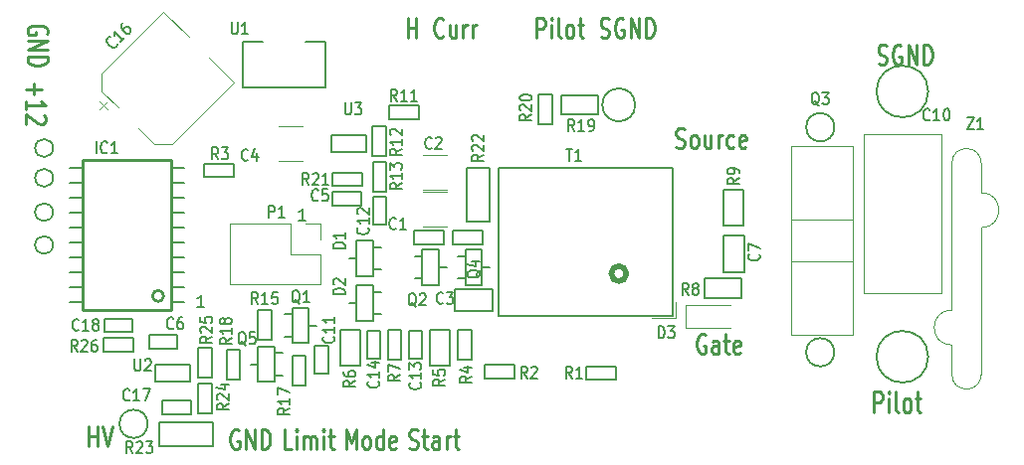
<source format=gto>
G04 #@! TF.GenerationSoftware,KiCad,Pcbnew,(5.99.0-273-g43768b71c)*
G04 #@! TF.CreationDate,2019-11-20T15:23:38-05:00*
G04 #@! TF.ProjectId,Plasma_Pilot3,506c6173-6d61-45f5-9069-6c6f74332e6b,rev?*
G04 #@! TF.SameCoordinates,Original*
G04 #@! TF.FileFunction,Legend,Top*
G04 #@! TF.FilePolarity,Positive*
%FSLAX46Y46*%
G04 Gerber Fmt 4.6, Leading zero omitted, Abs format (unit mm)*
G04 Created by KiCad (PCBNEW (5.99.0-273-g43768b71c)) date 2019-11-20 15:23:38*
%MOMM*%
%LPD*%
G04 APERTURE LIST*
%ADD10C,0.254000*%
%ADD11C,0.127000*%
%ADD12C,0.200000*%
%ADD13C,0.150000*%
%ADD14C,0.500000*%
%ADD15C,0.120000*%
%ADD16C,0.152400*%
G04 APERTURE END LIST*
D10*
X193535904Y-89219235D02*
X193717333Y-89301616D01*
X194019714Y-89301616D01*
X194140666Y-89219235D01*
X194201142Y-89136855D01*
X194261619Y-88972093D01*
X194261619Y-88807332D01*
X194201142Y-88642571D01*
X194140666Y-88560190D01*
X194019714Y-88477809D01*
X193777809Y-88395429D01*
X193656857Y-88313048D01*
X193596380Y-88230667D01*
X193535904Y-88065906D01*
X193535904Y-87901145D01*
X193596380Y-87736383D01*
X193656857Y-87654003D01*
X193777809Y-87571622D01*
X194080190Y-87571622D01*
X194261619Y-87654003D01*
X195471142Y-87654003D02*
X195350190Y-87571622D01*
X195168761Y-87571622D01*
X194987333Y-87654003D01*
X194866380Y-87818764D01*
X194805904Y-87983525D01*
X194745428Y-88313048D01*
X194745428Y-88560190D01*
X194805904Y-88889713D01*
X194866380Y-89054474D01*
X194987333Y-89219235D01*
X195168761Y-89301616D01*
X195289714Y-89301616D01*
X195471142Y-89219235D01*
X195531619Y-89136855D01*
X195531619Y-88560190D01*
X195289714Y-88560190D01*
X196075904Y-89301616D02*
X196075904Y-87571622D01*
X196801619Y-89301616D01*
X196801619Y-87571622D01*
X197406380Y-89301616D02*
X197406380Y-87571622D01*
X197708761Y-87571622D01*
X197890190Y-87654003D01*
X198011142Y-87818764D01*
X198071619Y-87983525D01*
X198132095Y-88313048D01*
X198132095Y-88560190D01*
X198071619Y-88889713D01*
X198011142Y-89054474D01*
X197890190Y-89219235D01*
X197708761Y-89301616D01*
X197406380Y-89301616D01*
X193167000Y-118892616D02*
X193167000Y-117162622D01*
X193650809Y-117162622D01*
X193771761Y-117245003D01*
X193832238Y-117327383D01*
X193892714Y-117492145D01*
X193892714Y-117739287D01*
X193832238Y-117904048D01*
X193771761Y-117986429D01*
X193650809Y-118068809D01*
X193167000Y-118068809D01*
X194437000Y-118892616D02*
X194437000Y-117739287D01*
X194437000Y-117162622D02*
X194376523Y-117245003D01*
X194437000Y-117327383D01*
X194497476Y-117245003D01*
X194437000Y-117162622D01*
X194437000Y-117327383D01*
X195223190Y-118892616D02*
X195102238Y-118810235D01*
X195041761Y-118645474D01*
X195041761Y-117162622D01*
X195888428Y-118892616D02*
X195767476Y-118810235D01*
X195707000Y-118727855D01*
X195646523Y-118563093D01*
X195646523Y-118068809D01*
X195707000Y-117904048D01*
X195767476Y-117821667D01*
X195888428Y-117739287D01*
X196069857Y-117739287D01*
X196190809Y-117821667D01*
X196251285Y-117904048D01*
X196311761Y-118068809D01*
X196311761Y-118563093D01*
X196251285Y-118727855D01*
X196190809Y-118810235D01*
X196069857Y-118892616D01*
X195888428Y-118892616D01*
X196674619Y-117739287D02*
X197158428Y-117739287D01*
X196856047Y-117162622D02*
X196856047Y-118645474D01*
X196916523Y-118810235D01*
X197037476Y-118892616D01*
X197158428Y-118892616D01*
D11*
X144816285Y-102567619D02*
X144235714Y-102567619D01*
X144526000Y-102567619D02*
X144526000Y-101551619D01*
X144429238Y-101696761D01*
X144332476Y-101793523D01*
X144235714Y-101841904D01*
X136180285Y-109933619D02*
X135599714Y-109933619D01*
X135890000Y-109933619D02*
X135890000Y-108917619D01*
X135793238Y-109062761D01*
X135696476Y-109159523D01*
X135599714Y-109207904D01*
D10*
X153494619Y-87015616D02*
X153494619Y-85285622D01*
X153494619Y-86109429D02*
X154220333Y-86109429D01*
X154220333Y-87015616D02*
X154220333Y-85285622D01*
X156518428Y-86850855D02*
X156457952Y-86933235D01*
X156276523Y-87015616D01*
X156155571Y-87015616D01*
X155974142Y-86933235D01*
X155853190Y-86768474D01*
X155792714Y-86603713D01*
X155732238Y-86274190D01*
X155732238Y-86027048D01*
X155792714Y-85697525D01*
X155853190Y-85532764D01*
X155974142Y-85368003D01*
X156155571Y-85285622D01*
X156276523Y-85285622D01*
X156457952Y-85368003D01*
X156518428Y-85450383D01*
X157607000Y-85862287D02*
X157607000Y-87015616D01*
X157062714Y-85862287D02*
X157062714Y-86768474D01*
X157123190Y-86933235D01*
X157244142Y-87015616D01*
X157425571Y-87015616D01*
X157546523Y-86933235D01*
X157607000Y-86850855D01*
X158211761Y-87015616D02*
X158211761Y-85862287D01*
X158211761Y-86191809D02*
X158272238Y-86027048D01*
X158332714Y-85944667D01*
X158453666Y-85862287D01*
X158574619Y-85862287D01*
X158997952Y-87015616D02*
X158997952Y-85862287D01*
X158997952Y-86191809D02*
X159058428Y-86027048D01*
X159118904Y-85944667D01*
X159239857Y-85862287D01*
X159360809Y-85862287D01*
X126346857Y-121813616D02*
X126346857Y-120083622D01*
X126346857Y-120907429D02*
X127072571Y-120907429D01*
X127072571Y-121813616D02*
X127072571Y-120083622D01*
X127495904Y-120083622D02*
X127919238Y-121813616D01*
X128342571Y-120083622D01*
X153645809Y-121985235D02*
X153827238Y-122067616D01*
X154129619Y-122067616D01*
X154250571Y-121985235D01*
X154311047Y-121902855D01*
X154371523Y-121738093D01*
X154371523Y-121573332D01*
X154311047Y-121408571D01*
X154250571Y-121326190D01*
X154129619Y-121243809D01*
X153887714Y-121161429D01*
X153766761Y-121079048D01*
X153706285Y-120996667D01*
X153645809Y-120831906D01*
X153645809Y-120667145D01*
X153706285Y-120502383D01*
X153766761Y-120420003D01*
X153887714Y-120337622D01*
X154190095Y-120337622D01*
X154371523Y-120420003D01*
X154734380Y-120914287D02*
X155218190Y-120914287D01*
X154915809Y-120337622D02*
X154915809Y-121820474D01*
X154976285Y-121985235D01*
X155097238Y-122067616D01*
X155218190Y-122067616D01*
X156185809Y-122067616D02*
X156185809Y-121161429D01*
X156125333Y-120996667D01*
X156004380Y-120914287D01*
X155762476Y-120914287D01*
X155641523Y-120996667D01*
X156185809Y-121985235D02*
X156064857Y-122067616D01*
X155762476Y-122067616D01*
X155641523Y-121985235D01*
X155581047Y-121820474D01*
X155581047Y-121655713D01*
X155641523Y-121490951D01*
X155762476Y-121408571D01*
X156064857Y-121408571D01*
X156185809Y-121326190D01*
X156790571Y-122067616D02*
X156790571Y-120914287D01*
X156790571Y-121243809D02*
X156851047Y-121079048D01*
X156911523Y-120996667D01*
X157032476Y-120914287D01*
X157153428Y-120914287D01*
X157395333Y-120914287D02*
X157879142Y-120914287D01*
X157576761Y-120337622D02*
X157576761Y-121820474D01*
X157637238Y-121985235D01*
X157758190Y-122067616D01*
X157879142Y-122067616D01*
X148251333Y-122067616D02*
X148251333Y-120337622D01*
X148674666Y-121573332D01*
X149098000Y-120337622D01*
X149098000Y-122067616D01*
X149884190Y-122067616D02*
X149763238Y-121985235D01*
X149702761Y-121902855D01*
X149642285Y-121738093D01*
X149642285Y-121243809D01*
X149702761Y-121079048D01*
X149763238Y-120996667D01*
X149884190Y-120914287D01*
X150065619Y-120914287D01*
X150186571Y-120996667D01*
X150247047Y-121079048D01*
X150307523Y-121243809D01*
X150307523Y-121738093D01*
X150247047Y-121902855D01*
X150186571Y-121985235D01*
X150065619Y-122067616D01*
X149884190Y-122067616D01*
X151396095Y-122067616D02*
X151396095Y-120337622D01*
X151396095Y-121985235D02*
X151275142Y-122067616D01*
X151033238Y-122067616D01*
X150912285Y-121985235D01*
X150851809Y-121902855D01*
X150791333Y-121738093D01*
X150791333Y-121243809D01*
X150851809Y-121079048D01*
X150912285Y-120996667D01*
X151033238Y-120914287D01*
X151275142Y-120914287D01*
X151396095Y-120996667D01*
X152484666Y-121985235D02*
X152363714Y-122067616D01*
X152121809Y-122067616D01*
X152000857Y-121985235D01*
X151940380Y-121820474D01*
X151940380Y-121161429D01*
X152000857Y-120996667D01*
X152121809Y-120914287D01*
X152363714Y-120914287D01*
X152484666Y-120996667D01*
X152545142Y-121161429D01*
X152545142Y-121326190D01*
X151940380Y-121490951D01*
X143612809Y-122067616D02*
X143008047Y-122067616D01*
X143008047Y-120337622D01*
X144036142Y-122067616D02*
X144036142Y-120914287D01*
X144036142Y-120337622D02*
X143975666Y-120420003D01*
X144036142Y-120502383D01*
X144096619Y-120420003D01*
X144036142Y-120337622D01*
X144036142Y-120502383D01*
X144640904Y-122067616D02*
X144640904Y-120914287D01*
X144640904Y-121079048D02*
X144701380Y-120996667D01*
X144822333Y-120914287D01*
X145003761Y-120914287D01*
X145124714Y-120996667D01*
X145185190Y-121161429D01*
X145185190Y-122067616D01*
X145185190Y-121161429D02*
X145245666Y-120996667D01*
X145366619Y-120914287D01*
X145548047Y-120914287D01*
X145669000Y-120996667D01*
X145729476Y-121161429D01*
X145729476Y-122067616D01*
X146334238Y-122067616D02*
X146334238Y-120914287D01*
X146334238Y-120337622D02*
X146273761Y-120420003D01*
X146334238Y-120502383D01*
X146394714Y-120420003D01*
X146334238Y-120337622D01*
X146334238Y-120502383D01*
X146757571Y-120914287D02*
X147241380Y-120914287D01*
X146939000Y-120337622D02*
X146939000Y-121820474D01*
X146999476Y-121985235D01*
X147120428Y-122067616D01*
X147241380Y-122067616D01*
X139113380Y-120420003D02*
X138992428Y-120337622D01*
X138811000Y-120337622D01*
X138629571Y-120420003D01*
X138508619Y-120584764D01*
X138448142Y-120749525D01*
X138387666Y-121079048D01*
X138387666Y-121326190D01*
X138448142Y-121655713D01*
X138508619Y-121820474D01*
X138629571Y-121985235D01*
X138811000Y-122067616D01*
X138931952Y-122067616D01*
X139113380Y-121985235D01*
X139173857Y-121902855D01*
X139173857Y-121326190D01*
X138931952Y-121326190D01*
X139718142Y-122067616D02*
X139718142Y-120337622D01*
X140443857Y-122067616D01*
X140443857Y-120337622D01*
X141048619Y-122067616D02*
X141048619Y-120337622D01*
X141351000Y-120337622D01*
X141532428Y-120420003D01*
X141653380Y-120584764D01*
X141713857Y-120749525D01*
X141774333Y-121079048D01*
X141774333Y-121326190D01*
X141713857Y-121655713D01*
X141653380Y-121820474D01*
X141532428Y-121985235D01*
X141351000Y-122067616D01*
X141048619Y-122067616D01*
X176330428Y-96331235D02*
X176511857Y-96413616D01*
X176814238Y-96413616D01*
X176935190Y-96331235D01*
X176995666Y-96248855D01*
X177056142Y-96084093D01*
X177056142Y-95919332D01*
X176995666Y-95754571D01*
X176935190Y-95672190D01*
X176814238Y-95589809D01*
X176572333Y-95507429D01*
X176451380Y-95425048D01*
X176390904Y-95342667D01*
X176330428Y-95177906D01*
X176330428Y-95013145D01*
X176390904Y-94848383D01*
X176451380Y-94766003D01*
X176572333Y-94683622D01*
X176874714Y-94683622D01*
X177056142Y-94766003D01*
X177781857Y-96413616D02*
X177660904Y-96331235D01*
X177600428Y-96248855D01*
X177539952Y-96084093D01*
X177539952Y-95589809D01*
X177600428Y-95425048D01*
X177660904Y-95342667D01*
X177781857Y-95260287D01*
X177963285Y-95260287D01*
X178084238Y-95342667D01*
X178144714Y-95425048D01*
X178205190Y-95589809D01*
X178205190Y-96084093D01*
X178144714Y-96248855D01*
X178084238Y-96331235D01*
X177963285Y-96413616D01*
X177781857Y-96413616D01*
X179293761Y-95260287D02*
X179293761Y-96413616D01*
X178749476Y-95260287D02*
X178749476Y-96166474D01*
X178809952Y-96331235D01*
X178930904Y-96413616D01*
X179112333Y-96413616D01*
X179233285Y-96331235D01*
X179293761Y-96248855D01*
X179898523Y-96413616D02*
X179898523Y-95260287D01*
X179898523Y-95589809D02*
X179959000Y-95425048D01*
X180019476Y-95342667D01*
X180140428Y-95260287D01*
X180261380Y-95260287D01*
X181229000Y-96331235D02*
X181108047Y-96413616D01*
X180866142Y-96413616D01*
X180745190Y-96331235D01*
X180684714Y-96248855D01*
X180624238Y-96084093D01*
X180624238Y-95589809D01*
X180684714Y-95425048D01*
X180745190Y-95342667D01*
X180866142Y-95260287D01*
X181108047Y-95260287D01*
X181229000Y-95342667D01*
X182257095Y-96331235D02*
X182136142Y-96413616D01*
X181894238Y-96413616D01*
X181773285Y-96331235D01*
X181712809Y-96166474D01*
X181712809Y-95507429D01*
X181773285Y-95342667D01*
X181894238Y-95260287D01*
X182136142Y-95260287D01*
X182257095Y-95342667D01*
X182317571Y-95507429D01*
X182317571Y-95672190D01*
X181712809Y-95836951D01*
X178809952Y-112292003D02*
X178689000Y-112209622D01*
X178507571Y-112209622D01*
X178326142Y-112292003D01*
X178205190Y-112456764D01*
X178144714Y-112621525D01*
X178084238Y-112951048D01*
X178084238Y-113198190D01*
X178144714Y-113527713D01*
X178205190Y-113692474D01*
X178326142Y-113857235D01*
X178507571Y-113939616D01*
X178628523Y-113939616D01*
X178809952Y-113857235D01*
X178870428Y-113774855D01*
X178870428Y-113198190D01*
X178628523Y-113198190D01*
X179959000Y-113939616D02*
X179959000Y-113033429D01*
X179898523Y-112868667D01*
X179777571Y-112786287D01*
X179535666Y-112786287D01*
X179414714Y-112868667D01*
X179959000Y-113857235D02*
X179838047Y-113939616D01*
X179535666Y-113939616D01*
X179414714Y-113857235D01*
X179354238Y-113692474D01*
X179354238Y-113527713D01*
X179414714Y-113362951D01*
X179535666Y-113280571D01*
X179838047Y-113280571D01*
X179959000Y-113198190D01*
X180382333Y-112786287D02*
X180866142Y-112786287D01*
X180563761Y-112209622D02*
X180563761Y-113692474D01*
X180624238Y-113857235D01*
X180745190Y-113939616D01*
X180866142Y-113939616D01*
X181773285Y-113857235D02*
X181652333Y-113939616D01*
X181410428Y-113939616D01*
X181289476Y-113857235D01*
X181229000Y-113692474D01*
X181229000Y-113033429D01*
X181289476Y-112868667D01*
X181410428Y-112786287D01*
X181652333Y-112786287D01*
X181773285Y-112868667D01*
X181833761Y-113033429D01*
X181833761Y-113198190D01*
X181229000Y-113362951D01*
X164465000Y-87015616D02*
X164465000Y-85285622D01*
X164948809Y-85285622D01*
X165069761Y-85368003D01*
X165130238Y-85450383D01*
X165190714Y-85615145D01*
X165190714Y-85862287D01*
X165130238Y-86027048D01*
X165069761Y-86109429D01*
X164948809Y-86191809D01*
X164465000Y-86191809D01*
X165735000Y-87015616D02*
X165735000Y-85862287D01*
X165735000Y-85285622D02*
X165674523Y-85368003D01*
X165735000Y-85450383D01*
X165795476Y-85368003D01*
X165735000Y-85285622D01*
X165735000Y-85450383D01*
X166521190Y-87015616D02*
X166400238Y-86933235D01*
X166339761Y-86768474D01*
X166339761Y-85285622D01*
X167186428Y-87015616D02*
X167065476Y-86933235D01*
X167005000Y-86850855D01*
X166944523Y-86686093D01*
X166944523Y-86191809D01*
X167005000Y-86027048D01*
X167065476Y-85944667D01*
X167186428Y-85862287D01*
X167367857Y-85862287D01*
X167488809Y-85944667D01*
X167549285Y-86027048D01*
X167609761Y-86191809D01*
X167609761Y-86686093D01*
X167549285Y-86850855D01*
X167488809Y-86933235D01*
X167367857Y-87015616D01*
X167186428Y-87015616D01*
X167972619Y-85862287D02*
X168456428Y-85862287D01*
X168154047Y-85285622D02*
X168154047Y-86768474D01*
X168214523Y-86933235D01*
X168335476Y-87015616D01*
X168456428Y-87015616D01*
X169913904Y-86933235D02*
X170095333Y-87015616D01*
X170397714Y-87015616D01*
X170518666Y-86933235D01*
X170579142Y-86850855D01*
X170639619Y-86686093D01*
X170639619Y-86521332D01*
X170579142Y-86356571D01*
X170518666Y-86274190D01*
X170397714Y-86191809D01*
X170155809Y-86109429D01*
X170034857Y-86027048D01*
X169974380Y-85944667D01*
X169913904Y-85779906D01*
X169913904Y-85615145D01*
X169974380Y-85450383D01*
X170034857Y-85368003D01*
X170155809Y-85285622D01*
X170458190Y-85285622D01*
X170639619Y-85368003D01*
X171849142Y-85368003D02*
X171728190Y-85285622D01*
X171546761Y-85285622D01*
X171365333Y-85368003D01*
X171244380Y-85532764D01*
X171183904Y-85697525D01*
X171123428Y-86027048D01*
X171123428Y-86274190D01*
X171183904Y-86603713D01*
X171244380Y-86768474D01*
X171365333Y-86933235D01*
X171546761Y-87015616D01*
X171667714Y-87015616D01*
X171849142Y-86933235D01*
X171909619Y-86850855D01*
X171909619Y-86274190D01*
X171667714Y-86274190D01*
X172453904Y-87015616D02*
X172453904Y-85285622D01*
X173179619Y-87015616D01*
X173179619Y-85285622D01*
X173784380Y-87015616D02*
X173784380Y-85285622D01*
X174086761Y-85285622D01*
X174268190Y-85368003D01*
X174389142Y-85532764D01*
X174449619Y-85697525D01*
X174510095Y-86027048D01*
X174510095Y-86274190D01*
X174449619Y-86603713D01*
X174389142Y-86768474D01*
X174268190Y-86933235D01*
X174086761Y-87015616D01*
X173784380Y-87015616D01*
X121669429Y-90889666D02*
X121669429Y-91857285D01*
X121010383Y-91373476D02*
X122328474Y-91373476D01*
X121010383Y-93127285D02*
X121010383Y-92401571D01*
X121010383Y-92764428D02*
X122740377Y-92764428D01*
X122493235Y-92643476D01*
X122328474Y-92522523D01*
X122246093Y-92401571D01*
X122575616Y-93611095D02*
X122657997Y-93671571D01*
X122740377Y-93792523D01*
X122740377Y-94094904D01*
X122657997Y-94215857D01*
X122575616Y-94276333D01*
X122410855Y-94336809D01*
X122246093Y-94336809D01*
X121998951Y-94276333D01*
X121010383Y-93550619D01*
X121010383Y-94336809D01*
X122784997Y-86662380D02*
X122867377Y-86541428D01*
X122867377Y-86360000D01*
X122784997Y-86178571D01*
X122620235Y-86057619D01*
X122455474Y-85997142D01*
X122125951Y-85936666D01*
X121878809Y-85936666D01*
X121549287Y-85997142D01*
X121384525Y-86057619D01*
X121219764Y-86178571D01*
X121137383Y-86360000D01*
X121137383Y-86480952D01*
X121219764Y-86662380D01*
X121302145Y-86722857D01*
X121878809Y-86722857D01*
X121878809Y-86480952D01*
X121137383Y-87267142D02*
X122867377Y-87267142D01*
X121137383Y-87992857D01*
X122867377Y-87992857D01*
X121137383Y-88597619D02*
X122867377Y-88597619D01*
X122867377Y-88900000D01*
X122784997Y-89081428D01*
X122620235Y-89202380D01*
X122455474Y-89262857D01*
X122125951Y-89323333D01*
X121878809Y-89323333D01*
X121549287Y-89262857D01*
X121384525Y-89202380D01*
X121219764Y-89081428D01*
X121137383Y-88900000D01*
X121137383Y-88597619D01*
D12*
X172850000Y-92710000D02*
G75*
G03X172850000Y-92710000I-1400000J0D01*
G01*
X197780000Y-91567000D02*
G75*
G03X197780000Y-91567000I-2200000J0D01*
G01*
X197780000Y-114173000D02*
G75*
G03X197780000Y-114173000I-2200000J0D01*
G01*
D11*
X149542500Y-100139500D02*
X149542500Y-101282500D01*
X147129500Y-100139500D02*
X149542500Y-100139500D01*
X147129500Y-101282500D02*
X147129500Y-100139500D01*
X149542500Y-101282500D02*
X147129500Y-101282500D01*
X142176500Y-116306600D02*
X140779500Y-116306600D01*
X142176500Y-113309400D02*
X142176500Y-116306600D01*
X140779500Y-113309400D02*
X142176500Y-113309400D01*
X140779500Y-116306600D02*
X140779500Y-113309400D01*
X140779500Y-114808000D02*
X140119100Y-114808000D01*
X142176500Y-115760500D02*
X142836900Y-115760500D01*
X142176500Y-113855500D02*
X142836900Y-113855500D01*
X131508500Y-113474500D02*
X131508500Y-112331500D01*
X133921500Y-113474500D02*
X131508500Y-113474500D01*
X133921500Y-112331500D02*
X133921500Y-113474500D01*
X131508500Y-112331500D02*
X133921500Y-112331500D01*
D10*
X133365240Y-110185200D02*
X133365240Y-97383600D01*
X125867160Y-97383600D02*
X125867160Y-110185200D01*
D11*
X124764800Y-98069400D02*
X125857000Y-98069400D01*
X125857000Y-99339400D02*
X124764800Y-99339400D01*
X125857000Y-100609400D02*
X124764800Y-100609400D01*
X125857000Y-101879400D02*
X124764800Y-101879400D01*
X134467600Y-109499400D02*
X133375400Y-109499400D01*
X133375400Y-98069400D02*
X134467600Y-98069400D01*
D10*
X133365240Y-97383600D02*
X125867160Y-97383600D01*
X125867160Y-110185200D02*
X133365240Y-110185200D01*
D11*
X125857000Y-109499400D02*
X124764800Y-109499400D01*
X125857000Y-108229400D02*
X124764800Y-108229400D01*
X125857000Y-106959400D02*
X124764800Y-106959400D01*
X124764800Y-105689400D02*
X125857000Y-105689400D01*
X124764800Y-104419400D02*
X125857000Y-104419400D01*
X124764800Y-103149400D02*
X125857000Y-103149400D01*
X133375400Y-99339400D02*
X134467600Y-99339400D01*
X133375400Y-100609400D02*
X134467600Y-100609400D01*
X133375400Y-101879400D02*
X134467600Y-101879400D01*
X133375400Y-108229400D02*
X134467600Y-108229400D01*
X134467600Y-106959400D02*
X133375400Y-106959400D01*
X134467600Y-103149400D02*
X133375400Y-103149400D01*
X134467600Y-104419400D02*
X133375400Y-104419400D01*
X134467600Y-105689400D02*
X133375400Y-105689400D01*
D10*
X132735347Y-108999020D02*
G75*
G03X132735347Y-108999020I-472467J0D01*
G01*
D13*
X176056000Y-98094000D02*
X176056000Y-110694000D01*
X161256000Y-98094000D02*
X176056000Y-98094000D01*
X161256000Y-110694000D02*
X161256000Y-98094000D01*
X176056000Y-110694000D02*
X161256000Y-110694000D01*
D14*
X172096312Y-107094000D02*
G75*
G03X172096312Y-107094000I-640312J0D01*
G01*
D15*
X174256000Y-110894000D02*
X176256000Y-110894000D01*
X176256000Y-110894000D02*
X176256000Y-109494000D01*
D13*
X123317000Y-96393000D02*
G75*
G03X123317000Y-96393000I-762000J0D01*
G01*
X123317000Y-98933000D02*
G75*
G03X123317000Y-98933000I-762000J0D01*
G01*
X123317000Y-101854000D02*
G75*
G03X123317000Y-101854000I-762000J0D01*
G01*
X123317000Y-104648000D02*
G75*
G03X123317000Y-104648000I-762000J0D01*
G01*
D11*
X136144000Y-97726500D02*
X138684000Y-97726500D01*
X138684000Y-97726500D02*
X138684000Y-98869500D01*
X138684000Y-98869500D02*
X136144000Y-98869500D01*
X136144000Y-98869500D02*
X136144000Y-97726500D01*
X150558500Y-102933500D02*
X150558500Y-100520500D01*
X150558500Y-100520500D02*
X151701500Y-100520500D01*
X151701500Y-100520500D02*
X151701500Y-102933500D01*
X151701500Y-102933500D02*
X150558500Y-102933500D01*
D15*
X199791000Y-97680000D02*
X199791000Y-110180000D01*
X199791000Y-113180000D02*
X199791000Y-115680000D01*
X202291000Y-97680000D02*
X202291000Y-100180000D01*
X199791000Y-97680000D02*
G75*
G02X202291000Y-97680000I1250000J0D01*
G01*
X202291000Y-103180000D02*
X202291000Y-115680000D01*
X202291000Y-115680000D02*
G75*
G02X199791000Y-115680000I-1250000J0D01*
G01*
X199791000Y-113180000D02*
G75*
G02X199791000Y-110180000I0J1500000D01*
G01*
X202291000Y-100180000D02*
G75*
G02X202291000Y-103180000I0J-1500000D01*
G01*
X186118600Y-112337000D02*
X186118600Y-96197000D01*
X191389600Y-112337000D02*
X191389600Y-96197000D01*
X186118600Y-112337000D02*
X191389600Y-112337000D01*
X186118600Y-96197000D02*
X191389600Y-96197000D01*
X186118600Y-106071000D02*
X191389600Y-106071000D01*
X186118600Y-102462000D02*
X191389600Y-102462000D01*
X198880000Y-108781000D02*
X198880000Y-95181000D01*
X198880000Y-95181000D02*
X192280000Y-95181000D01*
X192280000Y-95181000D02*
X192280000Y-108781000D01*
X192280000Y-108781000D02*
X198880000Y-108781000D01*
D13*
X146502000Y-87329000D02*
X144802000Y-87329000D01*
X146502000Y-91229000D02*
X146502000Y-87329000D01*
X139502000Y-91229000D02*
X146502000Y-91229000D01*
X139502000Y-87329000D02*
X139502000Y-91229000D01*
X141202000Y-87329000D02*
X139502000Y-87329000D01*
X131379159Y-119888000D02*
G75*
G03X131379159Y-119888000I-1204159J0D01*
G01*
X189799159Y-94615000D02*
G75*
G03X189799159Y-94615000I-1204159J0D01*
G01*
X189799159Y-113792000D02*
G75*
G03X189799159Y-113792000I-1204159J0D01*
G01*
D11*
X166598600Y-93548200D02*
X166598600Y-91871800D01*
X169697400Y-93548200D02*
X166598600Y-93548200D01*
X169697400Y-91871800D02*
X169697400Y-93548200D01*
X166598600Y-91871800D02*
X169697400Y-91871800D01*
X180390800Y-99923600D02*
X182067200Y-99923600D01*
X180390800Y-103022400D02*
X180390800Y-99923600D01*
X182067200Y-103022400D02*
X180390800Y-103022400D01*
X182067200Y-99923600D02*
X182067200Y-103022400D01*
X178790600Y-109169200D02*
X178790600Y-107492800D01*
X181889400Y-109169200D02*
X178790600Y-109169200D01*
X181889400Y-107492800D02*
X181889400Y-109169200D01*
X178790600Y-107492800D02*
X181889400Y-107492800D01*
X158410940Y-107505500D02*
X157750540Y-107505500D01*
X158410940Y-105600500D02*
X157750540Y-105600500D01*
X159807940Y-106553000D02*
X160468340Y-106553000D01*
X159807940Y-105054400D02*
X159807940Y-108051600D01*
X159807940Y-108051600D02*
X158410940Y-108051600D01*
X158410940Y-108051600D02*
X158410940Y-105054400D01*
X158410940Y-105054400D02*
X159807940Y-105054400D01*
X154749500Y-107505500D02*
X154089100Y-107505500D01*
X154749500Y-105600500D02*
X154089100Y-105600500D01*
X156146500Y-106553000D02*
X156806900Y-106553000D01*
X156146500Y-105054400D02*
X156146500Y-108051600D01*
X156146500Y-108051600D02*
X154749500Y-108051600D01*
X154749500Y-108051600D02*
X154749500Y-105054400D01*
X154749500Y-105054400D02*
X156146500Y-105054400D01*
X143659860Y-112458500D02*
X142999460Y-112458500D01*
X143659860Y-110553500D02*
X142999460Y-110553500D01*
X145056860Y-111506000D02*
X145717260Y-111506000D01*
X145056860Y-110007400D02*
X145056860Y-113004600D01*
X145056860Y-113004600D02*
X143659860Y-113004600D01*
X143659860Y-113004600D02*
X143659860Y-110007400D01*
X143659860Y-110007400D02*
X145056860Y-110007400D01*
D15*
X146110000Y-102810000D02*
X146110000Y-104140000D01*
X144780000Y-102810000D02*
X146110000Y-102810000D01*
X146110000Y-105410000D02*
X146110000Y-108010000D01*
X143510000Y-105410000D02*
X146110000Y-105410000D01*
X143510000Y-102810000D02*
X143510000Y-105410000D01*
X146110000Y-108010000D02*
X138370000Y-108010000D01*
X143510000Y-102810000D02*
X138370000Y-102810000D01*
X138370000Y-102810000D02*
X138370000Y-108010000D01*
D11*
X150558500Y-108648500D02*
X151218900Y-108648500D01*
X150558500Y-110553500D02*
X151218900Y-110553500D01*
X149161500Y-109601000D02*
X148501100Y-109601000D01*
X149161500Y-111099600D02*
X149161500Y-108102400D01*
X149161500Y-108102400D02*
X150558500Y-108102400D01*
X150558500Y-108102400D02*
X150558500Y-111099600D01*
X150558500Y-111099600D02*
X149161500Y-111099600D01*
X150558500Y-104838500D02*
X151218900Y-104838500D01*
X150558500Y-106743500D02*
X151218900Y-106743500D01*
X149161500Y-105791000D02*
X148501100Y-105791000D01*
X149161500Y-107289600D02*
X149161500Y-104292400D01*
X149161500Y-104292400D02*
X150558500Y-104292400D01*
X150558500Y-104292400D02*
X150558500Y-107289600D01*
X150558500Y-107289600D02*
X149161500Y-107289600D01*
X180329000Y-103810000D02*
X182129000Y-103810000D01*
X180329000Y-107010000D02*
X180329000Y-103810000D01*
X182129000Y-107010000D02*
X180329000Y-107010000D01*
X182129000Y-103810000D02*
X182129000Y-107010000D01*
D15*
X144510000Y-94532000D02*
X142510000Y-94532000D01*
X142510000Y-97492000D02*
X144510000Y-97492000D01*
D11*
X157531000Y-110247000D02*
X157531000Y-108447000D01*
X160731000Y-110247000D02*
X157531000Y-110247000D01*
X160731000Y-108447000D02*
X160731000Y-110247000D01*
X157531000Y-108447000D02*
X160731000Y-108447000D01*
D15*
X156805000Y-96945000D02*
X154805000Y-96945000D01*
X154805000Y-99905000D02*
X156805000Y-99905000D01*
X156829000Y-100120000D02*
X154829000Y-100120000D01*
X154829000Y-103080000D02*
X156829000Y-103080000D01*
D11*
X146964400Y-95313500D02*
X149961600Y-95313500D01*
X149961600Y-95313500D02*
X149961600Y-96710500D01*
X149961600Y-96710500D02*
X146964400Y-96710500D01*
X146964400Y-96710500D02*
X146964400Y-95313500D01*
X134975600Y-116268500D02*
X131978400Y-116268500D01*
X131978400Y-116268500D02*
X131978400Y-114871500D01*
X131978400Y-114871500D02*
X134975600Y-114871500D01*
X134975600Y-114871500D02*
X134975600Y-116268500D01*
X130175000Y-112585500D02*
X130175000Y-113728500D01*
X127635000Y-112585500D02*
X130175000Y-112585500D01*
X127635000Y-113728500D02*
X127635000Y-112585500D01*
X130175000Y-113728500D02*
X127635000Y-113728500D01*
X136842500Y-115966140D02*
X135699500Y-115966140D01*
X136842500Y-113426140D02*
X136842500Y-115966140D01*
X135699500Y-113426140D02*
X136842500Y-113426140D01*
X135699500Y-115966140D02*
X135699500Y-113426140D01*
X136842500Y-118999000D02*
X135699500Y-118999000D01*
X136842500Y-116459000D02*
X136842500Y-118999000D01*
X135699500Y-116459000D02*
X136842500Y-116459000D01*
X135699500Y-118999000D02*
X135699500Y-116459000D01*
X136894570Y-119786400D02*
X132322570Y-119786400D01*
X136894570Y-121767600D02*
X136894570Y-119786400D01*
X132322570Y-121767600D02*
X136894570Y-121767600D01*
X132322570Y-119786400D02*
X132322570Y-121767600D01*
X160502600Y-102616000D02*
X160502600Y-98044000D01*
X158521400Y-102616000D02*
X160502600Y-102616000D01*
X158521400Y-98044000D02*
X158521400Y-102616000D01*
X160502600Y-98044000D02*
X158521400Y-98044000D01*
X149606000Y-98488500D02*
X149606000Y-99631500D01*
X147066000Y-98488500D02*
X149606000Y-98488500D01*
X147066000Y-99631500D02*
X147066000Y-98488500D01*
X149606000Y-99631500D02*
X147066000Y-99631500D01*
X164655500Y-91821000D02*
X165798500Y-91821000D01*
X164655500Y-94361000D02*
X164655500Y-91821000D01*
X165798500Y-94361000D02*
X164655500Y-94361000D01*
X165798500Y-91821000D02*
X165798500Y-94361000D01*
X138112500Y-113538000D02*
X139255500Y-113538000D01*
X138112500Y-116078000D02*
X138112500Y-113538000D01*
X139255500Y-116078000D02*
X138112500Y-116078000D01*
X139255500Y-113538000D02*
X139255500Y-116078000D01*
X144843500Y-116586000D02*
X143700500Y-116586000D01*
X144843500Y-114046000D02*
X144843500Y-116586000D01*
X143700500Y-114046000D02*
X144843500Y-114046000D01*
X143700500Y-116586000D02*
X143700500Y-114046000D01*
X157367000Y-104584500D02*
X157367000Y-103441500D01*
X159907000Y-104584500D02*
X157367000Y-104584500D01*
X159907000Y-103441500D02*
X159907000Y-104584500D01*
X157367000Y-103441500D02*
X159907000Y-103441500D01*
X141922500Y-112738000D02*
X140779500Y-112738000D01*
X141922500Y-110198000D02*
X141922500Y-112738000D01*
X140779500Y-110198000D02*
X141922500Y-110198000D01*
X140779500Y-112738000D02*
X140779500Y-110198000D01*
X154065000Y-104584500D02*
X154065000Y-103441500D01*
X156605000Y-104584500D02*
X154065000Y-104584500D01*
X156605000Y-103441500D02*
X156605000Y-104584500D01*
X154065000Y-103441500D02*
X156605000Y-103441500D01*
X150558500Y-97536000D02*
X151701500Y-97536000D01*
X150558500Y-100076000D02*
X150558500Y-97536000D01*
X151701500Y-100076000D02*
X150558500Y-100076000D01*
X151701500Y-97536000D02*
X151701500Y-100076000D01*
X150495000Y-94488000D02*
X151638000Y-94488000D01*
X150495000Y-97028000D02*
X150495000Y-94488000D01*
X151638000Y-97028000D02*
X150495000Y-97028000D01*
X151638000Y-94488000D02*
X151638000Y-97028000D01*
X154432000Y-92773500D02*
X154432000Y-93916500D01*
X151892000Y-92773500D02*
X154432000Y-92773500D01*
X151892000Y-93916500D02*
X151892000Y-92773500D01*
X154432000Y-93916500D02*
X151892000Y-93916500D01*
X152971500Y-114389000D02*
X151828500Y-114389000D01*
X152971500Y-111849000D02*
X152971500Y-114389000D01*
X151828500Y-111849000D02*
X152971500Y-111849000D01*
X151828500Y-114389000D02*
X151828500Y-111849000D01*
X149428200Y-114960400D02*
X147751800Y-114960400D01*
X149428200Y-111861600D02*
X149428200Y-114960400D01*
X147751800Y-111861600D02*
X149428200Y-111861600D01*
X147751800Y-114960400D02*
X147751800Y-111861600D01*
X157048200Y-114960400D02*
X155371800Y-114960400D01*
X157048200Y-111861600D02*
X157048200Y-114960400D01*
X155371800Y-111861600D02*
X157048200Y-111861600D01*
X155371800Y-114960400D02*
X155371800Y-111861600D01*
X158940500Y-114465000D02*
X157797500Y-114465000D01*
X158940500Y-111925000D02*
X158940500Y-114465000D01*
X157797500Y-111925000D02*
X158940500Y-111925000D01*
X157797500Y-114465000D02*
X157797500Y-111925000D01*
X160020000Y-116014500D02*
X160020000Y-114871500D01*
X162560000Y-116014500D02*
X160020000Y-116014500D01*
X162560000Y-114871500D02*
X162560000Y-116014500D01*
X160020000Y-114871500D02*
X162560000Y-114871500D01*
X171196000Y-114998500D02*
X171196000Y-116141500D01*
X168656000Y-114998500D02*
X171196000Y-114998500D01*
X168656000Y-116141500D02*
X168656000Y-114998500D01*
X171196000Y-116141500D02*
X168656000Y-116141500D01*
D15*
X177121000Y-109744000D02*
X180971000Y-109744000D01*
X177121000Y-111744000D02*
X180971000Y-111744000D01*
X177121000Y-109744000D02*
X177121000Y-111744000D01*
D11*
X130111500Y-110934500D02*
X130111500Y-112077500D01*
X127698500Y-110934500D02*
X130111500Y-110934500D01*
X127698500Y-112077500D02*
X127698500Y-110934500D01*
X130111500Y-112077500D02*
X127698500Y-112077500D01*
X135064500Y-117919500D02*
X135064500Y-119062500D01*
X132651500Y-117919500D02*
X135064500Y-117919500D01*
X132651500Y-119062500D02*
X132651500Y-117919500D01*
X135064500Y-119062500D02*
X132651500Y-119062500D01*
D15*
X127263207Y-92424275D02*
X127970313Y-93131381D01*
X127263207Y-93131381D02*
X127970313Y-92424275D01*
X131962329Y-96076879D02*
X133467671Y-96076879D01*
X127443121Y-91557671D02*
X127443121Y-90052329D01*
X127443121Y-91557671D02*
X128847126Y-92961676D01*
X131962329Y-96076879D02*
X130558324Y-94672874D01*
X133467671Y-96076879D02*
X138739550Y-90805000D01*
X127443121Y-90052329D02*
X132715000Y-84780450D01*
X132715000Y-84780450D02*
X134871676Y-86937126D01*
X138739550Y-90805000D02*
X136582874Y-88648324D01*
D11*
X151193500Y-114363500D02*
X150050500Y-114363500D01*
X151193500Y-111950500D02*
X151193500Y-114363500D01*
X150050500Y-111950500D02*
X151193500Y-111950500D01*
X150050500Y-114363500D02*
X150050500Y-111950500D01*
X154749500Y-114351500D02*
X153606500Y-114351500D01*
X154749500Y-111938500D02*
X154749500Y-114351500D01*
X153606500Y-111938500D02*
X154749500Y-111938500D01*
X153606500Y-114351500D02*
X153606500Y-111938500D01*
X145605500Y-113220500D02*
X146748500Y-113220500D01*
X145605500Y-115633500D02*
X145605500Y-113220500D01*
X146748500Y-115633500D02*
X145605500Y-115633500D01*
X146748500Y-113220500D02*
X146748500Y-115633500D01*
D16*
X145901833Y-100819857D02*
X145859500Y-100868238D01*
X145732500Y-100916619D01*
X145647833Y-100916619D01*
X145520833Y-100868238D01*
X145436166Y-100771476D01*
X145393833Y-100674714D01*
X145351500Y-100481190D01*
X145351500Y-100336047D01*
X145393833Y-100142523D01*
X145436166Y-100045761D01*
X145520833Y-99949000D01*
X145647833Y-99900619D01*
X145732500Y-99900619D01*
X145859500Y-99949000D01*
X145901833Y-99997380D01*
X146706166Y-99900619D02*
X146282833Y-99900619D01*
X146240500Y-100384428D01*
X146282833Y-100336047D01*
X146367500Y-100287666D01*
X146579166Y-100287666D01*
X146663833Y-100336047D01*
X146706166Y-100384428D01*
X146748500Y-100481190D01*
X146748500Y-100723095D01*
X146706166Y-100819857D01*
X146663833Y-100868238D01*
X146579166Y-100916619D01*
X146367500Y-100916619D01*
X146282833Y-100868238D01*
X146240500Y-100819857D01*
X139742333Y-113205380D02*
X139657666Y-113157000D01*
X139573000Y-113060238D01*
X139446000Y-112915095D01*
X139361333Y-112866714D01*
X139276666Y-112866714D01*
X139319000Y-113108619D02*
X139234333Y-113060238D01*
X139149666Y-112963476D01*
X139107333Y-112769952D01*
X139107333Y-112431285D01*
X139149666Y-112237761D01*
X139234333Y-112141000D01*
X139319000Y-112092619D01*
X139488333Y-112092619D01*
X139573000Y-112141000D01*
X139657666Y-112237761D01*
X139700000Y-112431285D01*
X139700000Y-112769952D01*
X139657666Y-112963476D01*
X139573000Y-113060238D01*
X139488333Y-113108619D01*
X139319000Y-113108619D01*
X140504333Y-112092619D02*
X140081000Y-112092619D01*
X140038666Y-112576428D01*
X140081000Y-112528047D01*
X140165666Y-112479666D01*
X140377333Y-112479666D01*
X140462000Y-112528047D01*
X140504333Y-112576428D01*
X140546666Y-112673190D01*
X140546666Y-112915095D01*
X140504333Y-113011857D01*
X140462000Y-113060238D01*
X140377333Y-113108619D01*
X140165666Y-113108619D01*
X140081000Y-113060238D01*
X140038666Y-113011857D01*
X133582833Y-111741857D02*
X133540500Y-111790238D01*
X133413500Y-111838619D01*
X133328833Y-111838619D01*
X133201833Y-111790238D01*
X133117166Y-111693476D01*
X133074833Y-111596714D01*
X133032500Y-111403190D01*
X133032500Y-111258047D01*
X133074833Y-111064523D01*
X133117166Y-110967761D01*
X133201833Y-110871000D01*
X133328833Y-110822619D01*
X133413500Y-110822619D01*
X133540500Y-110871000D01*
X133582833Y-110919380D01*
X134344833Y-110822619D02*
X134175500Y-110822619D01*
X134090833Y-110871000D01*
X134048500Y-110919380D01*
X133963833Y-111064523D01*
X133921500Y-111258047D01*
X133921500Y-111645095D01*
X133963833Y-111741857D01*
X134006166Y-111790238D01*
X134090833Y-111838619D01*
X134260166Y-111838619D01*
X134344833Y-111790238D01*
X134387166Y-111741857D01*
X134429500Y-111645095D01*
X134429500Y-111403190D01*
X134387166Y-111306428D01*
X134344833Y-111258047D01*
X134260166Y-111209666D01*
X134090833Y-111209666D01*
X134006166Y-111258047D01*
X133963833Y-111306428D01*
X133921500Y-111403190D01*
X127021166Y-96852619D02*
X127021166Y-95836619D01*
X127952500Y-96755857D02*
X127910166Y-96804238D01*
X127783166Y-96852619D01*
X127698500Y-96852619D01*
X127571500Y-96804238D01*
X127486833Y-96707476D01*
X127444500Y-96610714D01*
X127402166Y-96417190D01*
X127402166Y-96272047D01*
X127444500Y-96078523D01*
X127486833Y-95981761D01*
X127571500Y-95885000D01*
X127698500Y-95836619D01*
X127783166Y-95836619D01*
X127910166Y-95885000D01*
X127952500Y-95933380D01*
X128799166Y-96852619D02*
X128291166Y-96852619D01*
X128545166Y-96852619D02*
X128545166Y-95836619D01*
X128460500Y-95981761D01*
X128375833Y-96078523D01*
X128291166Y-96126904D01*
X166962666Y-96471619D02*
X167470666Y-96471619D01*
X167216666Y-97487619D02*
X167216666Y-96471619D01*
X168232666Y-97487619D02*
X167724666Y-97487619D01*
X167978666Y-97487619D02*
X167978666Y-96471619D01*
X167894000Y-96616761D01*
X167809333Y-96713523D01*
X167724666Y-96761904D01*
X137392833Y-97360619D02*
X137096500Y-96876809D01*
X136884833Y-97360619D02*
X136884833Y-96344619D01*
X137223500Y-96344619D01*
X137308166Y-96393000D01*
X137350500Y-96441380D01*
X137392833Y-96538142D01*
X137392833Y-96683285D01*
X137350500Y-96780047D01*
X137308166Y-96828428D01*
X137223500Y-96876809D01*
X136884833Y-96876809D01*
X137689166Y-96344619D02*
X138239500Y-96344619D01*
X137943166Y-96731666D01*
X138070166Y-96731666D01*
X138154833Y-96780047D01*
X138197166Y-96828428D01*
X138239500Y-96925190D01*
X138239500Y-97167095D01*
X138197166Y-97263857D01*
X138154833Y-97312238D01*
X138070166Y-97360619D01*
X137816166Y-97360619D01*
X137731500Y-97312238D01*
X137689166Y-97263857D01*
X150095857Y-103187500D02*
X150144238Y-103229833D01*
X150192619Y-103356833D01*
X150192619Y-103441500D01*
X150144238Y-103568500D01*
X150047476Y-103653166D01*
X149950714Y-103695500D01*
X149757190Y-103737833D01*
X149612047Y-103737833D01*
X149418523Y-103695500D01*
X149321761Y-103653166D01*
X149225000Y-103568500D01*
X149176619Y-103441500D01*
X149176619Y-103356833D01*
X149225000Y-103229833D01*
X149273380Y-103187500D01*
X150192619Y-102340833D02*
X150192619Y-102848833D01*
X150192619Y-102594833D02*
X149176619Y-102594833D01*
X149321761Y-102679500D01*
X149418523Y-102764166D01*
X149466904Y-102848833D01*
X149273380Y-102002166D02*
X149225000Y-101959833D01*
X149176619Y-101875166D01*
X149176619Y-101663500D01*
X149225000Y-101578833D01*
X149273380Y-101536500D01*
X149370142Y-101494166D01*
X149466904Y-101494166D01*
X149612047Y-101536500D01*
X150192619Y-102044500D01*
X150192619Y-101494166D01*
X201083333Y-93804619D02*
X201676000Y-93804619D01*
X201083333Y-94820619D01*
X201676000Y-94820619D01*
X202480333Y-94820619D02*
X201972333Y-94820619D01*
X202226333Y-94820619D02*
X202226333Y-93804619D01*
X202141666Y-93949761D01*
X202057000Y-94046523D01*
X201972333Y-94094904D01*
X188510333Y-92758380D02*
X188425666Y-92710000D01*
X188341000Y-92613238D01*
X188214000Y-92468095D01*
X188129333Y-92419714D01*
X188044666Y-92419714D01*
X188087000Y-92661619D02*
X188002333Y-92613238D01*
X187917666Y-92516476D01*
X187875333Y-92322952D01*
X187875333Y-91984285D01*
X187917666Y-91790761D01*
X188002333Y-91694000D01*
X188087000Y-91645619D01*
X188256333Y-91645619D01*
X188341000Y-91694000D01*
X188425666Y-91790761D01*
X188468000Y-91984285D01*
X188468000Y-92322952D01*
X188425666Y-92516476D01*
X188341000Y-92613238D01*
X188256333Y-92661619D01*
X188087000Y-92661619D01*
X188764333Y-91645619D02*
X189314666Y-91645619D01*
X189018333Y-92032666D01*
X189145333Y-92032666D01*
X189230000Y-92081047D01*
X189272333Y-92129428D01*
X189314666Y-92226190D01*
X189314666Y-92468095D01*
X189272333Y-92564857D01*
X189230000Y-92613238D01*
X189145333Y-92661619D01*
X188891333Y-92661619D01*
X188806666Y-92613238D01*
X188764333Y-92564857D01*
X197929500Y-93961857D02*
X197887166Y-94010238D01*
X197760166Y-94058619D01*
X197675500Y-94058619D01*
X197548500Y-94010238D01*
X197463833Y-93913476D01*
X197421500Y-93816714D01*
X197379166Y-93623190D01*
X197379166Y-93478047D01*
X197421500Y-93284523D01*
X197463833Y-93187761D01*
X197548500Y-93091000D01*
X197675500Y-93042619D01*
X197760166Y-93042619D01*
X197887166Y-93091000D01*
X197929500Y-93139380D01*
X198776166Y-94058619D02*
X198268166Y-94058619D01*
X198522166Y-94058619D02*
X198522166Y-93042619D01*
X198437500Y-93187761D01*
X198352833Y-93284523D01*
X198268166Y-93332904D01*
X199326500Y-93042619D02*
X199411166Y-93042619D01*
X199495833Y-93091000D01*
X199538166Y-93139380D01*
X199580500Y-93236142D01*
X199622833Y-93429666D01*
X199622833Y-93671571D01*
X199580500Y-93865095D01*
X199538166Y-93961857D01*
X199495833Y-94010238D01*
X199411166Y-94058619D01*
X199326500Y-94058619D01*
X199241833Y-94010238D01*
X199199500Y-93961857D01*
X199157166Y-93865095D01*
X199114833Y-93671571D01*
X199114833Y-93429666D01*
X199157166Y-93236142D01*
X199199500Y-93139380D01*
X199241833Y-93091000D01*
X199326500Y-93042619D01*
X138514666Y-85676619D02*
X138514666Y-86499095D01*
X138557000Y-86595857D01*
X138599333Y-86644238D01*
X138684000Y-86692619D01*
X138853333Y-86692619D01*
X138938000Y-86644238D01*
X138980333Y-86595857D01*
X139022666Y-86499095D01*
X139022666Y-85676619D01*
X139911666Y-86692619D02*
X139403666Y-86692619D01*
X139657666Y-86692619D02*
X139657666Y-85676619D01*
X139573000Y-85821761D01*
X139488333Y-85918523D01*
X139403666Y-85966904D01*
X167703500Y-94947619D02*
X167407166Y-94463809D01*
X167195500Y-94947619D02*
X167195500Y-93931619D01*
X167534166Y-93931619D01*
X167618833Y-93980000D01*
X167661166Y-94028380D01*
X167703500Y-94125142D01*
X167703500Y-94270285D01*
X167661166Y-94367047D01*
X167618833Y-94415428D01*
X167534166Y-94463809D01*
X167195500Y-94463809D01*
X168550166Y-94947619D02*
X168042166Y-94947619D01*
X168296166Y-94947619D02*
X168296166Y-93931619D01*
X168211500Y-94076761D01*
X168126833Y-94173523D01*
X168042166Y-94221904D01*
X168973500Y-94947619D02*
X169142833Y-94947619D01*
X169227500Y-94899238D01*
X169269833Y-94850857D01*
X169354500Y-94705714D01*
X169396833Y-94512190D01*
X169396833Y-94125142D01*
X169354500Y-94028380D01*
X169312166Y-93980000D01*
X169227500Y-93931619D01*
X169058166Y-93931619D01*
X168973500Y-93980000D01*
X168931166Y-94028380D01*
X168888833Y-94125142D01*
X168888833Y-94367047D01*
X168931166Y-94463809D01*
X168973500Y-94512190D01*
X169058166Y-94560571D01*
X169227500Y-94560571D01*
X169312166Y-94512190D01*
X169354500Y-94463809D01*
X169396833Y-94367047D01*
X181688619Y-98954166D02*
X181204809Y-99250500D01*
X181688619Y-99462166D02*
X180672619Y-99462166D01*
X180672619Y-99123500D01*
X180721000Y-99038833D01*
X180769380Y-98996500D01*
X180866142Y-98954166D01*
X181011285Y-98954166D01*
X181108047Y-98996500D01*
X181156428Y-99038833D01*
X181204809Y-99123500D01*
X181204809Y-99462166D01*
X181688619Y-98530833D02*
X181688619Y-98361500D01*
X181640238Y-98276833D01*
X181591857Y-98234500D01*
X181446714Y-98149833D01*
X181253190Y-98107500D01*
X180866142Y-98107500D01*
X180769380Y-98149833D01*
X180721000Y-98192166D01*
X180672619Y-98276833D01*
X180672619Y-98446166D01*
X180721000Y-98530833D01*
X180769380Y-98573166D01*
X180866142Y-98615500D01*
X181108047Y-98615500D01*
X181204809Y-98573166D01*
X181253190Y-98530833D01*
X181301571Y-98446166D01*
X181301571Y-98276833D01*
X181253190Y-98192166D01*
X181204809Y-98149833D01*
X181108047Y-98107500D01*
X177397833Y-108917619D02*
X177101500Y-108433809D01*
X176889833Y-108917619D02*
X176889833Y-107901619D01*
X177228500Y-107901619D01*
X177313166Y-107950000D01*
X177355500Y-107998380D01*
X177397833Y-108095142D01*
X177397833Y-108240285D01*
X177355500Y-108337047D01*
X177313166Y-108385428D01*
X177228500Y-108433809D01*
X176889833Y-108433809D01*
X177905833Y-108337047D02*
X177821166Y-108288666D01*
X177778833Y-108240285D01*
X177736500Y-108143523D01*
X177736500Y-108095142D01*
X177778833Y-107998380D01*
X177821166Y-107950000D01*
X177905833Y-107901619D01*
X178075166Y-107901619D01*
X178159833Y-107950000D01*
X178202166Y-107998380D01*
X178244500Y-108095142D01*
X178244500Y-108143523D01*
X178202166Y-108240285D01*
X178159833Y-108288666D01*
X178075166Y-108337047D01*
X177905833Y-108337047D01*
X177821166Y-108385428D01*
X177778833Y-108433809D01*
X177736500Y-108530571D01*
X177736500Y-108724095D01*
X177778833Y-108820857D01*
X177821166Y-108869238D01*
X177905833Y-108917619D01*
X178075166Y-108917619D01*
X178159833Y-108869238D01*
X178202166Y-108820857D01*
X178244500Y-108724095D01*
X178244500Y-108530571D01*
X178202166Y-108433809D01*
X178159833Y-108385428D01*
X178075166Y-108337047D01*
X159687380Y-106764666D02*
X159639000Y-106849333D01*
X159542238Y-106934000D01*
X159397095Y-107061000D01*
X159348714Y-107145666D01*
X159348714Y-107230333D01*
X159590619Y-107188000D02*
X159542238Y-107272666D01*
X159445476Y-107357333D01*
X159251952Y-107399666D01*
X158913285Y-107399666D01*
X158719761Y-107357333D01*
X158623000Y-107272666D01*
X158574619Y-107188000D01*
X158574619Y-107018666D01*
X158623000Y-106934000D01*
X158719761Y-106849333D01*
X158913285Y-106807000D01*
X159251952Y-106807000D01*
X159445476Y-106849333D01*
X159542238Y-106934000D01*
X159590619Y-107018666D01*
X159590619Y-107188000D01*
X158913285Y-106045000D02*
X159590619Y-106045000D01*
X158526238Y-106256666D02*
X159251952Y-106468333D01*
X159251952Y-105918000D01*
X154220333Y-109903380D02*
X154135666Y-109855000D01*
X154051000Y-109758238D01*
X153924000Y-109613095D01*
X153839333Y-109564714D01*
X153754666Y-109564714D01*
X153797000Y-109806619D02*
X153712333Y-109758238D01*
X153627666Y-109661476D01*
X153585333Y-109467952D01*
X153585333Y-109129285D01*
X153627666Y-108935761D01*
X153712333Y-108839000D01*
X153797000Y-108790619D01*
X153966333Y-108790619D01*
X154051000Y-108839000D01*
X154135666Y-108935761D01*
X154178000Y-109129285D01*
X154178000Y-109467952D01*
X154135666Y-109661476D01*
X154051000Y-109758238D01*
X153966333Y-109806619D01*
X153797000Y-109806619D01*
X154516666Y-108887380D02*
X154559000Y-108839000D01*
X154643666Y-108790619D01*
X154855333Y-108790619D01*
X154940000Y-108839000D01*
X154982333Y-108887380D01*
X155024666Y-108984142D01*
X155024666Y-109080904D01*
X154982333Y-109226047D01*
X154474333Y-109806619D01*
X155024666Y-109806619D01*
X144314333Y-109649380D02*
X144229666Y-109601000D01*
X144145000Y-109504238D01*
X144018000Y-109359095D01*
X143933333Y-109310714D01*
X143848666Y-109310714D01*
X143891000Y-109552619D02*
X143806333Y-109504238D01*
X143721666Y-109407476D01*
X143679333Y-109213952D01*
X143679333Y-108875285D01*
X143721666Y-108681761D01*
X143806333Y-108585000D01*
X143891000Y-108536619D01*
X144060333Y-108536619D01*
X144145000Y-108585000D01*
X144229666Y-108681761D01*
X144272000Y-108875285D01*
X144272000Y-109213952D01*
X144229666Y-109407476D01*
X144145000Y-109504238D01*
X144060333Y-109552619D01*
X143891000Y-109552619D01*
X145118666Y-109552619D02*
X144610666Y-109552619D01*
X144864666Y-109552619D02*
X144864666Y-108536619D01*
X144780000Y-108681761D01*
X144695333Y-108778523D01*
X144610666Y-108826904D01*
X141710833Y-102313619D02*
X141710833Y-101297619D01*
X142049500Y-101297619D01*
X142134166Y-101346000D01*
X142176500Y-101394380D01*
X142218833Y-101491142D01*
X142218833Y-101636285D01*
X142176500Y-101733047D01*
X142134166Y-101781428D01*
X142049500Y-101829809D01*
X141710833Y-101829809D01*
X143065500Y-102313619D02*
X142557500Y-102313619D01*
X142811500Y-102313619D02*
X142811500Y-101297619D01*
X142726833Y-101442761D01*
X142642166Y-101539523D01*
X142557500Y-101587904D01*
X148160619Y-108860166D02*
X147144619Y-108860166D01*
X147144619Y-108648500D01*
X147193000Y-108521500D01*
X147289761Y-108436833D01*
X147386523Y-108394500D01*
X147580047Y-108352166D01*
X147725190Y-108352166D01*
X147918714Y-108394500D01*
X148015476Y-108436833D01*
X148112238Y-108521500D01*
X148160619Y-108648500D01*
X148160619Y-108860166D01*
X147241380Y-108013500D02*
X147193000Y-107971166D01*
X147144619Y-107886500D01*
X147144619Y-107674833D01*
X147193000Y-107590166D01*
X147241380Y-107547833D01*
X147338142Y-107505500D01*
X147434904Y-107505500D01*
X147580047Y-107547833D01*
X148160619Y-108055833D01*
X148160619Y-107505500D01*
X148160619Y-104923166D02*
X147144619Y-104923166D01*
X147144619Y-104711500D01*
X147193000Y-104584500D01*
X147289761Y-104499833D01*
X147386523Y-104457500D01*
X147580047Y-104415166D01*
X147725190Y-104415166D01*
X147918714Y-104457500D01*
X148015476Y-104499833D01*
X148112238Y-104584500D01*
X148160619Y-104711500D01*
X148160619Y-104923166D01*
X148160619Y-103568500D02*
X148160619Y-104076500D01*
X148160619Y-103822500D02*
X147144619Y-103822500D01*
X147289761Y-103907166D01*
X147386523Y-103991833D01*
X147434904Y-104076500D01*
X183369857Y-105431166D02*
X183418238Y-105473500D01*
X183466619Y-105600500D01*
X183466619Y-105685166D01*
X183418238Y-105812166D01*
X183321476Y-105896833D01*
X183224714Y-105939166D01*
X183031190Y-105981500D01*
X182886047Y-105981500D01*
X182692523Y-105939166D01*
X182595761Y-105896833D01*
X182499000Y-105812166D01*
X182450619Y-105685166D01*
X182450619Y-105600500D01*
X182499000Y-105473500D01*
X182547380Y-105431166D01*
X182450619Y-105134833D02*
X182450619Y-104542166D01*
X183466619Y-104923166D01*
X139932833Y-97390857D02*
X139890500Y-97439238D01*
X139763500Y-97487619D01*
X139678833Y-97487619D01*
X139551833Y-97439238D01*
X139467166Y-97342476D01*
X139424833Y-97245714D01*
X139382500Y-97052190D01*
X139382500Y-96907047D01*
X139424833Y-96713523D01*
X139467166Y-96616761D01*
X139551833Y-96520000D01*
X139678833Y-96471619D01*
X139763500Y-96471619D01*
X139890500Y-96520000D01*
X139932833Y-96568380D01*
X140694833Y-96810285D02*
X140694833Y-97487619D01*
X140483166Y-96423238D02*
X140271500Y-97148952D01*
X140821833Y-97148952D01*
X156503833Y-109582857D02*
X156461500Y-109631238D01*
X156334500Y-109679619D01*
X156249833Y-109679619D01*
X156122833Y-109631238D01*
X156038166Y-109534476D01*
X155995833Y-109437714D01*
X155953500Y-109244190D01*
X155953500Y-109099047D01*
X155995833Y-108905523D01*
X156038166Y-108808761D01*
X156122833Y-108712000D01*
X156249833Y-108663619D01*
X156334500Y-108663619D01*
X156461500Y-108712000D01*
X156503833Y-108760380D01*
X156800166Y-108663619D02*
X157350500Y-108663619D01*
X157054166Y-109050666D01*
X157181166Y-109050666D01*
X157265833Y-109099047D01*
X157308166Y-109147428D01*
X157350500Y-109244190D01*
X157350500Y-109486095D01*
X157308166Y-109582857D01*
X157265833Y-109631238D01*
X157181166Y-109679619D01*
X156927166Y-109679619D01*
X156842500Y-109631238D01*
X156800166Y-109582857D01*
X155553833Y-96374857D02*
X155511500Y-96423238D01*
X155384500Y-96471619D01*
X155299833Y-96471619D01*
X155172833Y-96423238D01*
X155088166Y-96326476D01*
X155045833Y-96229714D01*
X155003500Y-96036190D01*
X155003500Y-95891047D01*
X155045833Y-95697523D01*
X155088166Y-95600761D01*
X155172833Y-95504000D01*
X155299833Y-95455619D01*
X155384500Y-95455619D01*
X155511500Y-95504000D01*
X155553833Y-95552380D01*
X155892500Y-95552380D02*
X155934833Y-95504000D01*
X156019500Y-95455619D01*
X156231166Y-95455619D01*
X156315833Y-95504000D01*
X156358166Y-95552380D01*
X156400500Y-95649142D01*
X156400500Y-95745904D01*
X156358166Y-95891047D01*
X155850166Y-96471619D01*
X156400500Y-96471619D01*
X152505833Y-103232857D02*
X152463500Y-103281238D01*
X152336500Y-103329619D01*
X152251833Y-103329619D01*
X152124833Y-103281238D01*
X152040166Y-103184476D01*
X151997833Y-103087714D01*
X151955500Y-102894190D01*
X151955500Y-102749047D01*
X151997833Y-102555523D01*
X152040166Y-102458761D01*
X152124833Y-102362000D01*
X152251833Y-102313619D01*
X152336500Y-102313619D01*
X152463500Y-102362000D01*
X152505833Y-102410380D01*
X153352500Y-103329619D02*
X152844500Y-103329619D01*
X153098500Y-103329619D02*
X153098500Y-102313619D01*
X153013833Y-102458761D01*
X152929166Y-102555523D01*
X152844500Y-102603904D01*
X148166666Y-92534619D02*
X148166666Y-93357095D01*
X148209000Y-93453857D01*
X148251333Y-93502238D01*
X148336000Y-93550619D01*
X148505333Y-93550619D01*
X148590000Y-93502238D01*
X148632333Y-93453857D01*
X148674666Y-93357095D01*
X148674666Y-92534619D01*
X149013333Y-92534619D02*
X149563666Y-92534619D01*
X149267333Y-92921666D01*
X149394333Y-92921666D01*
X149479000Y-92970047D01*
X149521333Y-93018428D01*
X149563666Y-93115190D01*
X149563666Y-93357095D01*
X149521333Y-93453857D01*
X149479000Y-93502238D01*
X149394333Y-93550619D01*
X149140333Y-93550619D01*
X149055666Y-93502238D01*
X149013333Y-93453857D01*
X130259666Y-114378619D02*
X130259666Y-115201095D01*
X130302000Y-115297857D01*
X130344333Y-115346238D01*
X130429000Y-115394619D01*
X130598333Y-115394619D01*
X130683000Y-115346238D01*
X130725333Y-115297857D01*
X130767666Y-115201095D01*
X130767666Y-114378619D01*
X131148666Y-114475380D02*
X131191000Y-114427000D01*
X131275666Y-114378619D01*
X131487333Y-114378619D01*
X131572000Y-114427000D01*
X131614333Y-114475380D01*
X131656666Y-114572142D01*
X131656666Y-114668904D01*
X131614333Y-114814047D01*
X131106333Y-115394619D01*
X131656666Y-115394619D01*
X125412500Y-113743619D02*
X125116166Y-113259809D01*
X124904500Y-113743619D02*
X124904500Y-112727619D01*
X125243166Y-112727619D01*
X125327833Y-112776000D01*
X125370166Y-112824380D01*
X125412500Y-112921142D01*
X125412500Y-113066285D01*
X125370166Y-113163047D01*
X125327833Y-113211428D01*
X125243166Y-113259809D01*
X124904500Y-113259809D01*
X125751166Y-112824380D02*
X125793500Y-112776000D01*
X125878166Y-112727619D01*
X126089833Y-112727619D01*
X126174500Y-112776000D01*
X126216833Y-112824380D01*
X126259166Y-112921142D01*
X126259166Y-113017904D01*
X126216833Y-113163047D01*
X125708833Y-113743619D01*
X126259166Y-113743619D01*
X127021166Y-112727619D02*
X126851833Y-112727619D01*
X126767166Y-112776000D01*
X126724833Y-112824380D01*
X126640166Y-112969523D01*
X126597833Y-113163047D01*
X126597833Y-113550095D01*
X126640166Y-113646857D01*
X126682500Y-113695238D01*
X126767166Y-113743619D01*
X126936500Y-113743619D01*
X127021166Y-113695238D01*
X127063500Y-113646857D01*
X127105833Y-113550095D01*
X127105833Y-113308190D01*
X127063500Y-113211428D01*
X127021166Y-113163047D01*
X126936500Y-113114666D01*
X126767166Y-113114666D01*
X126682500Y-113163047D01*
X126640166Y-113211428D01*
X126597833Y-113308190D01*
X136857619Y-112458500D02*
X136373809Y-112754833D01*
X136857619Y-112966500D02*
X135841619Y-112966500D01*
X135841619Y-112627833D01*
X135890000Y-112543166D01*
X135938380Y-112500833D01*
X136035142Y-112458500D01*
X136180285Y-112458500D01*
X136277047Y-112500833D01*
X136325428Y-112543166D01*
X136373809Y-112627833D01*
X136373809Y-112966500D01*
X135938380Y-112119833D02*
X135890000Y-112077500D01*
X135841619Y-111992833D01*
X135841619Y-111781166D01*
X135890000Y-111696500D01*
X135938380Y-111654166D01*
X136035142Y-111611833D01*
X136131904Y-111611833D01*
X136277047Y-111654166D01*
X136857619Y-112162166D01*
X136857619Y-111611833D01*
X135841619Y-110807500D02*
X135841619Y-111230833D01*
X136325428Y-111273166D01*
X136277047Y-111230833D01*
X136228666Y-111146166D01*
X136228666Y-110934500D01*
X136277047Y-110849833D01*
X136325428Y-110807500D01*
X136422190Y-110765166D01*
X136664095Y-110765166D01*
X136760857Y-110807500D01*
X136809238Y-110849833D01*
X136857619Y-110934500D01*
X136857619Y-111146166D01*
X136809238Y-111230833D01*
X136760857Y-111273166D01*
X138254619Y-118173500D02*
X137770809Y-118469833D01*
X138254619Y-118681500D02*
X137238619Y-118681500D01*
X137238619Y-118342833D01*
X137287000Y-118258166D01*
X137335380Y-118215833D01*
X137432142Y-118173500D01*
X137577285Y-118173500D01*
X137674047Y-118215833D01*
X137722428Y-118258166D01*
X137770809Y-118342833D01*
X137770809Y-118681500D01*
X137335380Y-117834833D02*
X137287000Y-117792500D01*
X137238619Y-117707833D01*
X137238619Y-117496166D01*
X137287000Y-117411500D01*
X137335380Y-117369166D01*
X137432142Y-117326833D01*
X137528904Y-117326833D01*
X137674047Y-117369166D01*
X138254619Y-117877166D01*
X138254619Y-117326833D01*
X137577285Y-116564833D02*
X138254619Y-116564833D01*
X137190238Y-116776500D02*
X137915952Y-116988166D01*
X137915952Y-116437833D01*
X130111500Y-122379619D02*
X129815166Y-121895809D01*
X129603500Y-122379619D02*
X129603500Y-121363619D01*
X129942166Y-121363619D01*
X130026833Y-121412000D01*
X130069166Y-121460380D01*
X130111500Y-121557142D01*
X130111500Y-121702285D01*
X130069166Y-121799047D01*
X130026833Y-121847428D01*
X129942166Y-121895809D01*
X129603500Y-121895809D01*
X130450166Y-121460380D02*
X130492500Y-121412000D01*
X130577166Y-121363619D01*
X130788833Y-121363619D01*
X130873500Y-121412000D01*
X130915833Y-121460380D01*
X130958166Y-121557142D01*
X130958166Y-121653904D01*
X130915833Y-121799047D01*
X130407833Y-122379619D01*
X130958166Y-122379619D01*
X131254500Y-121363619D02*
X131804833Y-121363619D01*
X131508500Y-121750666D01*
X131635500Y-121750666D01*
X131720166Y-121799047D01*
X131762500Y-121847428D01*
X131804833Y-121944190D01*
X131804833Y-122186095D01*
X131762500Y-122282857D01*
X131720166Y-122331238D01*
X131635500Y-122379619D01*
X131381500Y-122379619D01*
X131296833Y-122331238D01*
X131254500Y-122282857D01*
X159971619Y-96964500D02*
X159487809Y-97260833D01*
X159971619Y-97472500D02*
X158955619Y-97472500D01*
X158955619Y-97133833D01*
X159004000Y-97049166D01*
X159052380Y-97006833D01*
X159149142Y-96964500D01*
X159294285Y-96964500D01*
X159391047Y-97006833D01*
X159439428Y-97049166D01*
X159487809Y-97133833D01*
X159487809Y-97472500D01*
X159052380Y-96625833D02*
X159004000Y-96583500D01*
X158955619Y-96498833D01*
X158955619Y-96287166D01*
X159004000Y-96202500D01*
X159052380Y-96160166D01*
X159149142Y-96117833D01*
X159245904Y-96117833D01*
X159391047Y-96160166D01*
X159971619Y-96668166D01*
X159971619Y-96117833D01*
X159052380Y-95779166D02*
X159004000Y-95736833D01*
X158955619Y-95652166D01*
X158955619Y-95440500D01*
X159004000Y-95355833D01*
X159052380Y-95313500D01*
X159149142Y-95271166D01*
X159245904Y-95271166D01*
X159391047Y-95313500D01*
X159971619Y-95821500D01*
X159971619Y-95271166D01*
X145097500Y-99519619D02*
X144801166Y-99035809D01*
X144589500Y-99519619D02*
X144589500Y-98503619D01*
X144928166Y-98503619D01*
X145012833Y-98552000D01*
X145055166Y-98600380D01*
X145097500Y-98697142D01*
X145097500Y-98842285D01*
X145055166Y-98939047D01*
X145012833Y-98987428D01*
X144928166Y-99035809D01*
X144589500Y-99035809D01*
X145436166Y-98600380D02*
X145478500Y-98552000D01*
X145563166Y-98503619D01*
X145774833Y-98503619D01*
X145859500Y-98552000D01*
X145901833Y-98600380D01*
X145944166Y-98697142D01*
X145944166Y-98793904D01*
X145901833Y-98939047D01*
X145393833Y-99519619D01*
X145944166Y-99519619D01*
X146790833Y-99519619D02*
X146282833Y-99519619D01*
X146536833Y-99519619D02*
X146536833Y-98503619D01*
X146452166Y-98648761D01*
X146367500Y-98745523D01*
X146282833Y-98793904D01*
X164035619Y-93535500D02*
X163551809Y-93831833D01*
X164035619Y-94043500D02*
X163019619Y-94043500D01*
X163019619Y-93704833D01*
X163068000Y-93620166D01*
X163116380Y-93577833D01*
X163213142Y-93535500D01*
X163358285Y-93535500D01*
X163455047Y-93577833D01*
X163503428Y-93620166D01*
X163551809Y-93704833D01*
X163551809Y-94043500D01*
X163116380Y-93196833D02*
X163068000Y-93154500D01*
X163019619Y-93069833D01*
X163019619Y-92858166D01*
X163068000Y-92773500D01*
X163116380Y-92731166D01*
X163213142Y-92688833D01*
X163309904Y-92688833D01*
X163455047Y-92731166D01*
X164035619Y-93239166D01*
X164035619Y-92688833D01*
X163019619Y-92138500D02*
X163019619Y-92053833D01*
X163068000Y-91969166D01*
X163116380Y-91926833D01*
X163213142Y-91884500D01*
X163406666Y-91842166D01*
X163648571Y-91842166D01*
X163842095Y-91884500D01*
X163938857Y-91926833D01*
X163987238Y-91969166D01*
X164035619Y-92053833D01*
X164035619Y-92138500D01*
X163987238Y-92223166D01*
X163938857Y-92265500D01*
X163842095Y-92307833D01*
X163648571Y-92350166D01*
X163406666Y-92350166D01*
X163213142Y-92307833D01*
X163116380Y-92265500D01*
X163068000Y-92223166D01*
X163019619Y-92138500D01*
X138508619Y-112585500D02*
X138024809Y-112881833D01*
X138508619Y-113093500D02*
X137492619Y-113093500D01*
X137492619Y-112754833D01*
X137541000Y-112670166D01*
X137589380Y-112627833D01*
X137686142Y-112585500D01*
X137831285Y-112585500D01*
X137928047Y-112627833D01*
X137976428Y-112670166D01*
X138024809Y-112754833D01*
X138024809Y-113093500D01*
X138508619Y-111738833D02*
X138508619Y-112246833D01*
X138508619Y-111992833D02*
X137492619Y-111992833D01*
X137637761Y-112077500D01*
X137734523Y-112162166D01*
X137782904Y-112246833D01*
X137928047Y-111230833D02*
X137879666Y-111315500D01*
X137831285Y-111357833D01*
X137734523Y-111400166D01*
X137686142Y-111400166D01*
X137589380Y-111357833D01*
X137541000Y-111315500D01*
X137492619Y-111230833D01*
X137492619Y-111061500D01*
X137541000Y-110976833D01*
X137589380Y-110934500D01*
X137686142Y-110892166D01*
X137734523Y-110892166D01*
X137831285Y-110934500D01*
X137879666Y-110976833D01*
X137928047Y-111061500D01*
X137928047Y-111230833D01*
X137976428Y-111315500D01*
X138024809Y-111357833D01*
X138121571Y-111400166D01*
X138315095Y-111400166D01*
X138411857Y-111357833D01*
X138460238Y-111315500D01*
X138508619Y-111230833D01*
X138508619Y-111061500D01*
X138460238Y-110976833D01*
X138411857Y-110934500D01*
X138315095Y-110892166D01*
X138121571Y-110892166D01*
X138024809Y-110934500D01*
X137976428Y-110976833D01*
X137928047Y-111061500D01*
X143461619Y-118554500D02*
X142977809Y-118850833D01*
X143461619Y-119062500D02*
X142445619Y-119062500D01*
X142445619Y-118723833D01*
X142494000Y-118639166D01*
X142542380Y-118596833D01*
X142639142Y-118554500D01*
X142784285Y-118554500D01*
X142881047Y-118596833D01*
X142929428Y-118639166D01*
X142977809Y-118723833D01*
X142977809Y-119062500D01*
X143461619Y-117707833D02*
X143461619Y-118215833D01*
X143461619Y-117961833D02*
X142445619Y-117961833D01*
X142590761Y-118046500D01*
X142687523Y-118131166D01*
X142735904Y-118215833D01*
X142445619Y-117411500D02*
X142445619Y-116818833D01*
X143461619Y-117199833D01*
X140779500Y-109679619D02*
X140483166Y-109195809D01*
X140271500Y-109679619D02*
X140271500Y-108663619D01*
X140610166Y-108663619D01*
X140694833Y-108712000D01*
X140737166Y-108760380D01*
X140779500Y-108857142D01*
X140779500Y-109002285D01*
X140737166Y-109099047D01*
X140694833Y-109147428D01*
X140610166Y-109195809D01*
X140271500Y-109195809D01*
X141626166Y-109679619D02*
X141118166Y-109679619D01*
X141372166Y-109679619D02*
X141372166Y-108663619D01*
X141287500Y-108808761D01*
X141202833Y-108905523D01*
X141118166Y-108953904D01*
X142430500Y-108663619D02*
X142007166Y-108663619D01*
X141964833Y-109147428D01*
X142007166Y-109099047D01*
X142091833Y-109050666D01*
X142303500Y-109050666D01*
X142388166Y-109099047D01*
X142430500Y-109147428D01*
X142472833Y-109244190D01*
X142472833Y-109486095D01*
X142430500Y-109582857D01*
X142388166Y-109631238D01*
X142303500Y-109679619D01*
X142091833Y-109679619D01*
X142007166Y-109631238D01*
X141964833Y-109582857D01*
X152986619Y-99377500D02*
X152502809Y-99673833D01*
X152986619Y-99885500D02*
X151970619Y-99885500D01*
X151970619Y-99546833D01*
X152019000Y-99462166D01*
X152067380Y-99419833D01*
X152164142Y-99377500D01*
X152309285Y-99377500D01*
X152406047Y-99419833D01*
X152454428Y-99462166D01*
X152502809Y-99546833D01*
X152502809Y-99885500D01*
X152986619Y-98530833D02*
X152986619Y-99038833D01*
X152986619Y-98784833D02*
X151970619Y-98784833D01*
X152115761Y-98869500D01*
X152212523Y-98954166D01*
X152260904Y-99038833D01*
X151970619Y-98234500D02*
X151970619Y-97684166D01*
X152357666Y-97980500D01*
X152357666Y-97853500D01*
X152406047Y-97768833D01*
X152454428Y-97726500D01*
X152551190Y-97684166D01*
X152793095Y-97684166D01*
X152889857Y-97726500D01*
X152938238Y-97768833D01*
X152986619Y-97853500D01*
X152986619Y-98107500D01*
X152938238Y-98192166D01*
X152889857Y-98234500D01*
X152986619Y-96456500D02*
X152502809Y-96752833D01*
X152986619Y-96964500D02*
X151970619Y-96964500D01*
X151970619Y-96625833D01*
X152019000Y-96541166D01*
X152067380Y-96498833D01*
X152164142Y-96456500D01*
X152309285Y-96456500D01*
X152406047Y-96498833D01*
X152454428Y-96541166D01*
X152502809Y-96625833D01*
X152502809Y-96964500D01*
X152986619Y-95609833D02*
X152986619Y-96117833D01*
X152986619Y-95863833D02*
X151970619Y-95863833D01*
X152115761Y-95948500D01*
X152212523Y-96033166D01*
X152260904Y-96117833D01*
X152067380Y-95271166D02*
X152019000Y-95228833D01*
X151970619Y-95144166D01*
X151970619Y-94932500D01*
X152019000Y-94847833D01*
X152067380Y-94805500D01*
X152164142Y-94763166D01*
X152260904Y-94763166D01*
X152406047Y-94805500D01*
X152986619Y-95313500D01*
X152986619Y-94763166D01*
X152590500Y-92407619D02*
X152294166Y-91923809D01*
X152082500Y-92407619D02*
X152082500Y-91391619D01*
X152421166Y-91391619D01*
X152505833Y-91440000D01*
X152548166Y-91488380D01*
X152590500Y-91585142D01*
X152590500Y-91730285D01*
X152548166Y-91827047D01*
X152505833Y-91875428D01*
X152421166Y-91923809D01*
X152082500Y-91923809D01*
X153437166Y-92407619D02*
X152929166Y-92407619D01*
X153183166Y-92407619D02*
X153183166Y-91391619D01*
X153098500Y-91536761D01*
X153013833Y-91633523D01*
X152929166Y-91681904D01*
X154283833Y-92407619D02*
X153775833Y-92407619D01*
X154029833Y-92407619D02*
X154029833Y-91391619D01*
X153945166Y-91536761D01*
X153860500Y-91633523D01*
X153775833Y-91681904D01*
X152859619Y-115718166D02*
X152375809Y-116014500D01*
X152859619Y-116226166D02*
X151843619Y-116226166D01*
X151843619Y-115887500D01*
X151892000Y-115802833D01*
X151940380Y-115760500D01*
X152037142Y-115718166D01*
X152182285Y-115718166D01*
X152279047Y-115760500D01*
X152327428Y-115802833D01*
X152375809Y-115887500D01*
X152375809Y-116226166D01*
X151843619Y-115421833D02*
X151843619Y-114829166D01*
X152859619Y-115210166D01*
X149049619Y-116226166D02*
X148565809Y-116522500D01*
X149049619Y-116734166D02*
X148033619Y-116734166D01*
X148033619Y-116395500D01*
X148082000Y-116310833D01*
X148130380Y-116268500D01*
X148227142Y-116226166D01*
X148372285Y-116226166D01*
X148469047Y-116268500D01*
X148517428Y-116310833D01*
X148565809Y-116395500D01*
X148565809Y-116734166D01*
X148033619Y-115464166D02*
X148033619Y-115633500D01*
X148082000Y-115718166D01*
X148130380Y-115760500D01*
X148275523Y-115845166D01*
X148469047Y-115887500D01*
X148856095Y-115887500D01*
X148952857Y-115845166D01*
X149001238Y-115802833D01*
X149049619Y-115718166D01*
X149049619Y-115548833D01*
X149001238Y-115464166D01*
X148952857Y-115421833D01*
X148856095Y-115379500D01*
X148614190Y-115379500D01*
X148517428Y-115421833D01*
X148469047Y-115464166D01*
X148420666Y-115548833D01*
X148420666Y-115718166D01*
X148469047Y-115802833D01*
X148517428Y-115845166D01*
X148614190Y-115887500D01*
X156669619Y-116099166D02*
X156185809Y-116395500D01*
X156669619Y-116607166D02*
X155653619Y-116607166D01*
X155653619Y-116268500D01*
X155702000Y-116183833D01*
X155750380Y-116141500D01*
X155847142Y-116099166D01*
X155992285Y-116099166D01*
X156089047Y-116141500D01*
X156137428Y-116183833D01*
X156185809Y-116268500D01*
X156185809Y-116607166D01*
X155653619Y-115294833D02*
X155653619Y-115718166D01*
X156137428Y-115760500D01*
X156089047Y-115718166D01*
X156040666Y-115633500D01*
X156040666Y-115421833D01*
X156089047Y-115337166D01*
X156137428Y-115294833D01*
X156234190Y-115252500D01*
X156476095Y-115252500D01*
X156572857Y-115294833D01*
X156621238Y-115337166D01*
X156669619Y-115421833D01*
X156669619Y-115633500D01*
X156621238Y-115718166D01*
X156572857Y-115760500D01*
X158955619Y-115845166D02*
X158471809Y-116141500D01*
X158955619Y-116353166D02*
X157939619Y-116353166D01*
X157939619Y-116014500D01*
X157988000Y-115929833D01*
X158036380Y-115887500D01*
X158133142Y-115845166D01*
X158278285Y-115845166D01*
X158375047Y-115887500D01*
X158423428Y-115929833D01*
X158471809Y-116014500D01*
X158471809Y-116353166D01*
X158278285Y-115083166D02*
X158955619Y-115083166D01*
X157891238Y-115294833D02*
X158616952Y-115506500D01*
X158616952Y-114956166D01*
X163681833Y-116029619D02*
X163385500Y-115545809D01*
X163173833Y-116029619D02*
X163173833Y-115013619D01*
X163512500Y-115013619D01*
X163597166Y-115062000D01*
X163639500Y-115110380D01*
X163681833Y-115207142D01*
X163681833Y-115352285D01*
X163639500Y-115449047D01*
X163597166Y-115497428D01*
X163512500Y-115545809D01*
X163173833Y-115545809D01*
X164020500Y-115110380D02*
X164062833Y-115062000D01*
X164147500Y-115013619D01*
X164359166Y-115013619D01*
X164443833Y-115062000D01*
X164486166Y-115110380D01*
X164528500Y-115207142D01*
X164528500Y-115303904D01*
X164486166Y-115449047D01*
X163978166Y-116029619D01*
X164528500Y-116029619D01*
X167491833Y-116029619D02*
X167195500Y-115545809D01*
X166983833Y-116029619D02*
X166983833Y-115013619D01*
X167322500Y-115013619D01*
X167407166Y-115062000D01*
X167449500Y-115110380D01*
X167491833Y-115207142D01*
X167491833Y-115352285D01*
X167449500Y-115449047D01*
X167407166Y-115497428D01*
X167322500Y-115545809D01*
X166983833Y-115545809D01*
X168338500Y-116029619D02*
X167830500Y-116029619D01*
X168084500Y-116029619D02*
X168084500Y-115013619D01*
X167999833Y-115158761D01*
X167915166Y-115255523D01*
X167830500Y-115303904D01*
X174857833Y-112600619D02*
X174857833Y-111584619D01*
X175069500Y-111584619D01*
X175196500Y-111633000D01*
X175281166Y-111729761D01*
X175323500Y-111826523D01*
X175365833Y-112020047D01*
X175365833Y-112165190D01*
X175323500Y-112358714D01*
X175281166Y-112455476D01*
X175196500Y-112552238D01*
X175069500Y-112600619D01*
X174857833Y-112600619D01*
X175662166Y-111584619D02*
X176212500Y-111584619D01*
X175916166Y-111971666D01*
X176043166Y-111971666D01*
X176127833Y-112020047D01*
X176170166Y-112068428D01*
X176212500Y-112165190D01*
X176212500Y-112407095D01*
X176170166Y-112503857D01*
X176127833Y-112552238D01*
X176043166Y-112600619D01*
X175789166Y-112600619D01*
X175704500Y-112552238D01*
X175662166Y-112503857D01*
X125539500Y-111868857D02*
X125497166Y-111917238D01*
X125370166Y-111965619D01*
X125285500Y-111965619D01*
X125158500Y-111917238D01*
X125073833Y-111820476D01*
X125031500Y-111723714D01*
X124989166Y-111530190D01*
X124989166Y-111385047D01*
X125031500Y-111191523D01*
X125073833Y-111094761D01*
X125158500Y-110998000D01*
X125285500Y-110949619D01*
X125370166Y-110949619D01*
X125497166Y-110998000D01*
X125539500Y-111046380D01*
X126386166Y-111965619D02*
X125878166Y-111965619D01*
X126132166Y-111965619D02*
X126132166Y-110949619D01*
X126047500Y-111094761D01*
X125962833Y-111191523D01*
X125878166Y-111239904D01*
X126894166Y-111385047D02*
X126809500Y-111336666D01*
X126767166Y-111288285D01*
X126724833Y-111191523D01*
X126724833Y-111143142D01*
X126767166Y-111046380D01*
X126809500Y-110998000D01*
X126894166Y-110949619D01*
X127063500Y-110949619D01*
X127148166Y-110998000D01*
X127190500Y-111046380D01*
X127232833Y-111143142D01*
X127232833Y-111191523D01*
X127190500Y-111288285D01*
X127148166Y-111336666D01*
X127063500Y-111385047D01*
X126894166Y-111385047D01*
X126809500Y-111433428D01*
X126767166Y-111481809D01*
X126724833Y-111578571D01*
X126724833Y-111772095D01*
X126767166Y-111868857D01*
X126809500Y-111917238D01*
X126894166Y-111965619D01*
X127063500Y-111965619D01*
X127148166Y-111917238D01*
X127190500Y-111868857D01*
X127232833Y-111772095D01*
X127232833Y-111578571D01*
X127190500Y-111481809D01*
X127148166Y-111433428D01*
X127063500Y-111385047D01*
X129857500Y-117837857D02*
X129815166Y-117886238D01*
X129688166Y-117934619D01*
X129603500Y-117934619D01*
X129476500Y-117886238D01*
X129391833Y-117789476D01*
X129349500Y-117692714D01*
X129307166Y-117499190D01*
X129307166Y-117354047D01*
X129349500Y-117160523D01*
X129391833Y-117063761D01*
X129476500Y-116967000D01*
X129603500Y-116918619D01*
X129688166Y-116918619D01*
X129815166Y-116967000D01*
X129857500Y-117015380D01*
X130704166Y-117934619D02*
X130196166Y-117934619D01*
X130450166Y-117934619D02*
X130450166Y-116918619D01*
X130365500Y-117063761D01*
X130280833Y-117160523D01*
X130196166Y-117208904D01*
X131000500Y-116918619D02*
X131593166Y-116918619D01*
X131212166Y-117934619D01*
X128757467Y-87528690D02*
X128761743Y-87592834D01*
X128706151Y-87716848D01*
X128646283Y-87776716D01*
X128522270Y-87832308D01*
X128393980Y-87823755D01*
X128295625Y-87785269D01*
X128128849Y-87678361D01*
X128026217Y-87575729D01*
X127919309Y-87408953D01*
X127880823Y-87310598D01*
X127872270Y-87182308D01*
X127927862Y-87058295D01*
X127987730Y-86998427D01*
X128111744Y-86942835D01*
X128175888Y-86947111D01*
X129424571Y-86998427D02*
X129065361Y-87357637D01*
X129244966Y-87178032D02*
X128526546Y-86459612D01*
X128569309Y-86622112D01*
X128577862Y-86750401D01*
X128552204Y-86844480D01*
X129244966Y-85741191D02*
X129125230Y-85860928D01*
X129099572Y-85955007D01*
X129103848Y-86019151D01*
X129146611Y-86181651D01*
X129253519Y-86348428D01*
X129527203Y-86622112D01*
X129625558Y-86660598D01*
X129689703Y-86664875D01*
X129783782Y-86639217D01*
X129903518Y-86519480D01*
X129929176Y-86425401D01*
X129924900Y-86361256D01*
X129886413Y-86262901D01*
X129715361Y-86091849D01*
X129617006Y-86053362D01*
X129552861Y-86049086D01*
X129458782Y-86074744D01*
X129339045Y-86194480D01*
X129313387Y-86288559D01*
X129317664Y-86352704D01*
X129356150Y-86451059D01*
X150984857Y-116268500D02*
X151033238Y-116310833D01*
X151081619Y-116437833D01*
X151081619Y-116522500D01*
X151033238Y-116649500D01*
X150936476Y-116734166D01*
X150839714Y-116776500D01*
X150646190Y-116818833D01*
X150501047Y-116818833D01*
X150307523Y-116776500D01*
X150210761Y-116734166D01*
X150114000Y-116649500D01*
X150065619Y-116522500D01*
X150065619Y-116437833D01*
X150114000Y-116310833D01*
X150162380Y-116268500D01*
X151081619Y-115421833D02*
X151081619Y-115929833D01*
X151081619Y-115675833D02*
X150065619Y-115675833D01*
X150210761Y-115760500D01*
X150307523Y-115845166D01*
X150355904Y-115929833D01*
X150404285Y-114659833D02*
X151081619Y-114659833D01*
X150017238Y-114871500D02*
X150742952Y-115083166D01*
X150742952Y-114532833D01*
X154540857Y-116395500D02*
X154589238Y-116437833D01*
X154637619Y-116564833D01*
X154637619Y-116649500D01*
X154589238Y-116776500D01*
X154492476Y-116861166D01*
X154395714Y-116903500D01*
X154202190Y-116945833D01*
X154057047Y-116945833D01*
X153863523Y-116903500D01*
X153766761Y-116861166D01*
X153670000Y-116776500D01*
X153621619Y-116649500D01*
X153621619Y-116564833D01*
X153670000Y-116437833D01*
X153718380Y-116395500D01*
X154637619Y-115548833D02*
X154637619Y-116056833D01*
X154637619Y-115802833D02*
X153621619Y-115802833D01*
X153766761Y-115887500D01*
X153863523Y-115972166D01*
X153911904Y-116056833D01*
X153621619Y-115252500D02*
X153621619Y-114702166D01*
X154008666Y-114998500D01*
X154008666Y-114871500D01*
X154057047Y-114786833D01*
X154105428Y-114744500D01*
X154202190Y-114702166D01*
X154444095Y-114702166D01*
X154540857Y-114744500D01*
X154589238Y-114786833D01*
X154637619Y-114871500D01*
X154637619Y-115125500D01*
X154589238Y-115210166D01*
X154540857Y-115252500D01*
X147174857Y-112458500D02*
X147223238Y-112500833D01*
X147271619Y-112627833D01*
X147271619Y-112712500D01*
X147223238Y-112839500D01*
X147126476Y-112924166D01*
X147029714Y-112966500D01*
X146836190Y-113008833D01*
X146691047Y-113008833D01*
X146497523Y-112966500D01*
X146400761Y-112924166D01*
X146304000Y-112839500D01*
X146255619Y-112712500D01*
X146255619Y-112627833D01*
X146304000Y-112500833D01*
X146352380Y-112458500D01*
X147271619Y-111611833D02*
X147271619Y-112119833D01*
X147271619Y-111865833D02*
X146255619Y-111865833D01*
X146400761Y-111950500D01*
X146497523Y-112035166D01*
X146545904Y-112119833D01*
X147271619Y-110765166D02*
X147271619Y-111273166D01*
X147271619Y-111019166D02*
X146255619Y-111019166D01*
X146400761Y-111103833D01*
X146497523Y-111188500D01*
X146545904Y-111273166D01*
M02*

</source>
